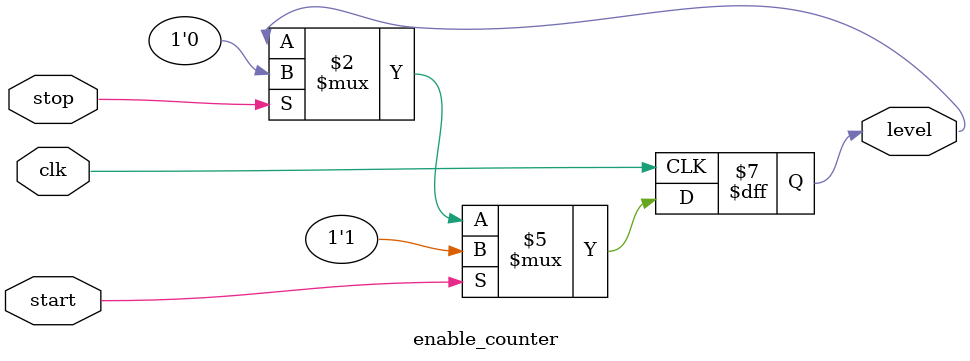
<source format=sv>
`timescale 1ns / 1ps

module enable_counter(
        input logic clk, start, stop,
        output logic level
    );
    
    always @(posedge clk) begin
        if (start)
          level <= 1;
        else if (stop)
          level <= 0;
    end
    
endmodule

</source>
